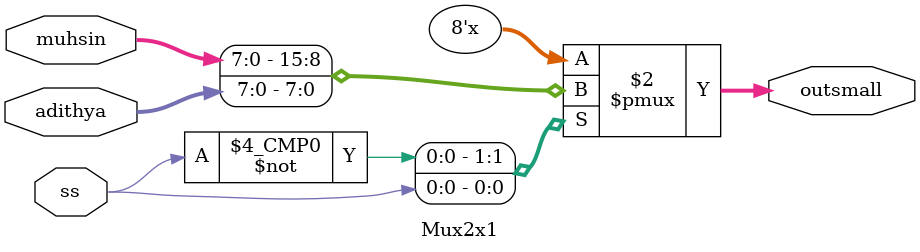
<source format=v>
`timescale 1ns / 1ps
module Mux2x1(
    input [7:0] muhsin,
    input [7:0] adithya,
    input ss,
    output reg [7:0] outsmall
    );
 always @ (*) begin
	 
	 case ( ss )
	 
0 : outsmall <= muhsin;
1 : outsmall <= adithya;

endcase
end
endmodule

</source>
